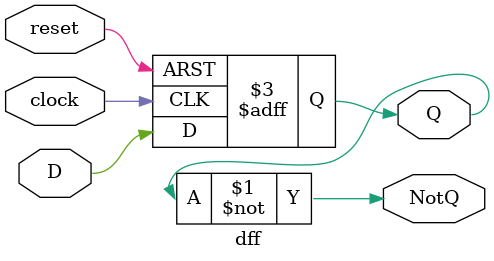
<source format=v>
module dff(
    input reset,
    input clock,
    input D,
    output reg Q,
    output NotQ
);
    assign NotQ = ~Q;

    always @(posedge reset, posedge clock) begin
        if (reset) begin
            Q <= 0;
        end else if (clock) begin
            Q <= D;
        end
    end
endmodule
</source>
